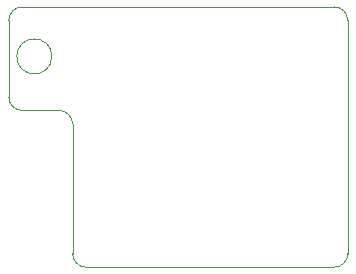
<source format=gbr>
G04 #@! TF.GenerationSoftware,KiCad,Pcbnew,(5.1.2)-1*
G04 #@! TF.CreationDate,2019-04-29T10:05:08+02:00*
G04 #@! TF.ProjectId,RPI FS HAT,52504920-4653-4204-9841-542e6b696361,1*
G04 #@! TF.SameCoordinates,Original*
G04 #@! TF.FileFunction,Profile,NP*
%FSLAX46Y46*%
G04 Gerber Fmt 4.6, Leading zero omitted, Abs format (unit mm)*
G04 Created by KiCad (PCBNEW (5.1.2)-1) date 2019-04-29 10:05:08*
%MOMM*%
%LPD*%
G04 APERTURE LIST*
%ADD10C,0.050000*%
G04 APERTURE END LIST*
D10*
X199263000Y-53340000D02*
G75*
G02X200406000Y-54483000I0J-1143000D01*
G01*
X200406000Y-74231500D02*
G75*
G02X199263000Y-75374500I-1143000J0D01*
G01*
X178244500Y-75374500D02*
G75*
G02X177101500Y-74231500I0J1143000D01*
G01*
X175958500Y-62103000D02*
G75*
G02X177101500Y-63246000I0J-1143000D01*
G01*
X172847000Y-62103000D02*
G75*
G02X171704000Y-60960000I0J1143000D01*
G01*
X171704000Y-54483000D02*
G75*
G02X172847000Y-53340000I1143000J0D01*
G01*
X172847000Y-53340000D02*
X199263000Y-53340000D01*
X200406000Y-74231500D02*
X200406000Y-54483000D01*
X178244500Y-75374500D02*
X199263000Y-75374500D01*
X177101500Y-63246000D02*
X177101500Y-74231500D01*
X172847000Y-62103000D02*
X175958500Y-62103000D01*
X171704000Y-54483000D02*
X171704000Y-60960000D01*
X175344062Y-57531000D02*
G75*
G03X175344062Y-57531000I-1481062J0D01*
G01*
M02*

</source>
